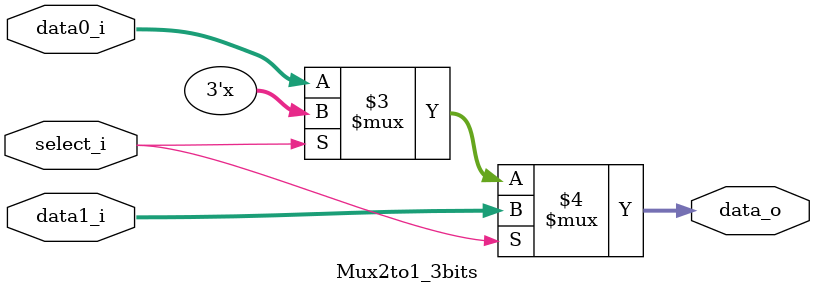
<source format=v>
module Mux2to1_3bits( data0_i, data1_i, select_i, data_o );

parameter size = 3;			   
			
//I/O ports               
input wire	[size-1:0] data0_i;          
input wire	[size-1:0] data1_i;
input wire	select_i;
output wire	[size-1:0] data_o; 

//Main function
assign data_o = ( select_i == 1 ) ? data1_i : 
                ( select_i == 0 ) ? data0_i :
                3'bxxx;

endmodule      
    

</source>
